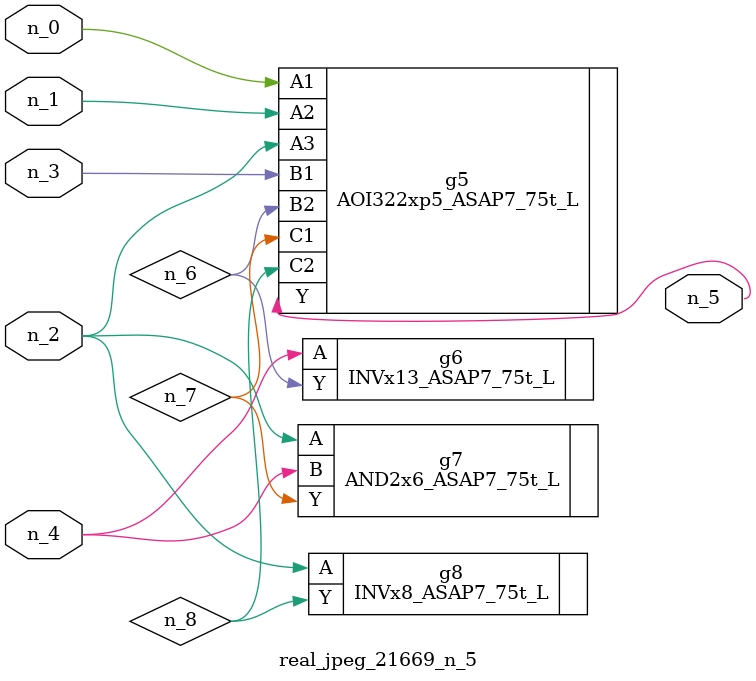
<source format=v>
module real_jpeg_21669_n_5 (n_4, n_0, n_1, n_2, n_3, n_5);

input n_4;
input n_0;
input n_1;
input n_2;
input n_3;

output n_5;

wire n_8;
wire n_6;
wire n_7;

AOI322xp5_ASAP7_75t_L g5 ( 
.A1(n_0),
.A2(n_1),
.A3(n_2),
.B1(n_3),
.B2(n_6),
.C1(n_7),
.C2(n_8),
.Y(n_5)
);

AND2x6_ASAP7_75t_L g7 ( 
.A(n_2),
.B(n_4),
.Y(n_7)
);

INVx8_ASAP7_75t_L g8 ( 
.A(n_2),
.Y(n_8)
);

INVx13_ASAP7_75t_L g6 ( 
.A(n_4),
.Y(n_6)
);


endmodule
</source>
